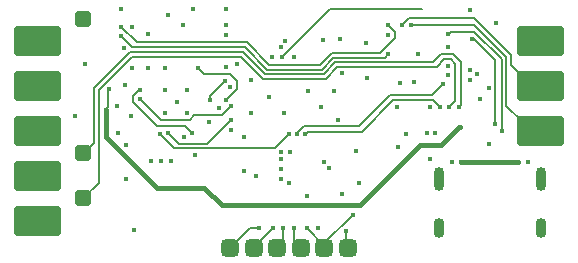
<source format=gbr>
%TF.GenerationSoftware,KiCad,Pcbnew,(7.0.0)*%
%TF.CreationDate,2023-08-06T02:23:00-04:00*%
%TF.ProjectId,Rotini-Hardware,526f7469-6e69-42d4-9861-726477617265,rev?*%
%TF.SameCoordinates,Original*%
%TF.FileFunction,Copper,L4,Bot*%
%TF.FilePolarity,Positive*%
%FSLAX46Y46*%
G04 Gerber Fmt 4.6, Leading zero omitted, Abs format (unit mm)*
G04 Created by KiCad (PCBNEW (7.0.0)) date 2023-08-06 02:23:00*
%MOMM*%
%LPD*%
G01*
G04 APERTURE LIST*
G04 Aperture macros list*
%AMRoundRect*
0 Rectangle with rounded corners*
0 $1 Rounding radius*
0 $2 $3 $4 $5 $6 $7 $8 $9 X,Y pos of 4 corners*
0 Add a 4 corners polygon primitive as box body*
4,1,4,$2,$3,$4,$5,$6,$7,$8,$9,$2,$3,0*
0 Add four circle primitives for the rounded corners*
1,1,$1+$1,$2,$3*
1,1,$1+$1,$4,$5*
1,1,$1+$1,$6,$7*
1,1,$1+$1,$8,$9*
0 Add four rect primitives between the rounded corners*
20,1,$1+$1,$2,$3,$4,$5,0*
20,1,$1+$1,$4,$5,$6,$7,0*
20,1,$1+$1,$6,$7,$8,$9,0*
20,1,$1+$1,$8,$9,$2,$3,0*%
G04 Aperture macros list end*
%TA.AperFunction,ComponentPad*%
%ADD10RoundRect,0.250000X-0.250000X0.250000X-0.250000X-0.250000X0.250000X-0.250000X0.250000X0.250000X0*%
%TD*%
%TA.AperFunction,ComponentPad*%
%ADD11R,1.000000X1.000000*%
%TD*%
%TA.AperFunction,ComponentPad*%
%ADD12RoundRect,0.350000X0.350000X-0.350000X0.350000X0.350000X-0.350000X0.350000X-0.350000X-0.350000X0*%
%TD*%
%TA.AperFunction,ComponentPad*%
%ADD13RoundRect,0.250000X0.250000X-0.250000X0.250000X0.250000X-0.250000X0.250000X-0.250000X-0.250000X0*%
%TD*%
%TA.AperFunction,ComponentPad*%
%ADD14O,0.900000X2.000000*%
%TD*%
%TA.AperFunction,ComponentPad*%
%ADD15O,0.900000X1.700000*%
%TD*%
%TA.AperFunction,SMDPad,CuDef*%
%ADD16RoundRect,0.375000X0.375000X0.375000X-0.375000X0.375000X-0.375000X-0.375000X0.375000X-0.375000X0*%
%TD*%
%TA.AperFunction,ViaPad*%
%ADD17C,0.450000*%
%TD*%
%TA.AperFunction,Conductor*%
%ADD18C,0.406400*%
%TD*%
%TA.AperFunction,Conductor*%
%ADD19C,0.203200*%
%TD*%
G04 APERTURE END LIST*
D10*
%TO.P,J2,1,Pin_1*%
%TO.N,GND*%
X-22800000Y4650000D03*
D11*
X-22799999Y3899999D03*
D10*
X-22800000Y3150000D03*
D11*
X-22049999Y4649999D03*
X-22049999Y3899999D03*
X-22049999Y3149999D03*
X-21299999Y4649999D03*
X-21299999Y3899999D03*
X-21299999Y3149999D03*
X-20549999Y4649999D03*
X-20549999Y3899999D03*
X-20549999Y3149999D03*
D10*
X-19800000Y4650000D03*
D11*
X-19799999Y3899999D03*
D10*
X-19800000Y3150000D03*
%TD*%
D12*
%TO.P,J3,1,Pin_1*%
%TO.N,SparePin1*%
X-17400000Y-5600000D03*
%TD*%
%TO.P,J7,1,Pin_1*%
%TO.N,SparePin2*%
X-17400000Y-1800000D03*
%TD*%
D13*
%TO.P,J208,1,Pin_1*%
%TO.N,PPM_B*%
X22800000Y3150000D03*
D11*
X22799999Y3899999D03*
D13*
X22800000Y4650000D03*
D11*
X22049999Y3149999D03*
X22049999Y3899999D03*
X22049999Y4649999D03*
X21299999Y3149999D03*
X21299999Y3899999D03*
X21299999Y4649999D03*
X20549999Y3149999D03*
X20549999Y3899999D03*
X20549999Y4649999D03*
D13*
X19800000Y3150000D03*
D11*
X19799999Y3899999D03*
D13*
X19800000Y4650000D03*
%TD*%
D10*
%TO.P,J207,1,Pin_1*%
%TO.N,PPM_F*%
X19800000Y850000D03*
D11*
X19799999Y99999D03*
D10*
X19800000Y-650000D03*
D11*
X20549999Y849999D03*
X20549999Y99999D03*
X20549999Y-649999D03*
X21299999Y849999D03*
X21299999Y99999D03*
X21299999Y-649999D03*
X22049999Y849999D03*
X22049999Y99999D03*
X22049999Y-649999D03*
D10*
X22800000Y850000D03*
D11*
X22799999Y99999D03*
D10*
X22800000Y-650000D03*
%TD*%
D14*
%TO.P,U52,S1,SHIELD*%
%TO.N,unconnected-(U52-SHIELD-PadS1)*%
X12679999Y-3984999D03*
D15*
X12679999Y-8154999D03*
D14*
X21319999Y-3984999D03*
D15*
X21319999Y-8154999D03*
%TD*%
D10*
%TO.P,J4,1,Pin_1*%
%TO.N,/LED1/LED_out*%
X-22800000Y8450000D03*
D11*
X-22799999Y7699999D03*
D10*
X-22800000Y6950000D03*
D11*
X-22049999Y8449999D03*
X-22049999Y7699999D03*
X-22049999Y6949999D03*
X-21299999Y8449999D03*
X-21299999Y7699999D03*
X-21299999Y6949999D03*
X-20549999Y8449999D03*
X-20549999Y7699999D03*
X-20549999Y6949999D03*
D10*
X-19800000Y8450000D03*
D11*
X-19799999Y7699999D03*
D10*
X-19800000Y6950000D03*
%TD*%
%TO.P,J6,1,Pin_1*%
%TO.N,GND*%
X19800000Y8450000D03*
D11*
X19799999Y7699999D03*
D10*
X19800000Y6950000D03*
D11*
X20549999Y8449999D03*
X20549999Y7699999D03*
X20549999Y6949999D03*
X21299999Y8449999D03*
X21299999Y7699999D03*
X21299999Y6949999D03*
X22049999Y8449999D03*
X22049999Y7699999D03*
X22049999Y6949999D03*
D10*
X22800000Y8450000D03*
D11*
X22799999Y7699999D03*
D10*
X22800000Y6950000D03*
%TD*%
%TO.P,J206,1,Pin_1*%
%TO.N,GND*%
X-22800000Y-6750000D03*
D11*
X-22799999Y-7499999D03*
D10*
X-22800000Y-8250000D03*
D11*
X-22049999Y-6749999D03*
X-22049999Y-7499999D03*
X-22049999Y-8249999D03*
X-21299999Y-6749999D03*
X-21299999Y-7499999D03*
X-21299999Y-8249999D03*
X-20549999Y-6749999D03*
X-20549999Y-7499999D03*
X-20549999Y-8249999D03*
D10*
X-19800000Y-6750000D03*
D11*
X-19799999Y-7499999D03*
D10*
X-19800000Y-8250000D03*
%TD*%
%TO.P,J205,1,Pin_1*%
%TO.N,Net-(J205-Pin_1)*%
X-22800000Y-2950000D03*
D11*
X-22799999Y-3699999D03*
D10*
X-22800000Y-4450000D03*
D11*
X-22049999Y-2949999D03*
X-22049999Y-3699999D03*
X-22049999Y-4449999D03*
X-21299999Y-2949999D03*
X-21299999Y-3699999D03*
X-21299999Y-4449999D03*
X-20549999Y-2949999D03*
X-20549999Y-3699999D03*
X-20549999Y-4449999D03*
D10*
X-19800000Y-2950000D03*
D11*
X-19799999Y-3699999D03*
D10*
X-19800000Y-4450000D03*
%TD*%
%TO.P,J5,1,Pin_1*%
%TO.N,+3V3*%
X-22800000Y850000D03*
D11*
X-22799999Y99999D03*
D10*
X-22800000Y-650000D03*
D11*
X-22049999Y849999D03*
X-22049999Y99999D03*
X-22049999Y-649999D03*
X-21299999Y849999D03*
X-21299999Y99999D03*
X-21299999Y-649999D03*
X-20549999Y849999D03*
X-20549999Y99999D03*
X-20549999Y-649999D03*
D10*
X-19800000Y850000D03*
D11*
X-19799999Y99999D03*
D10*
X-19800000Y-650000D03*
%TD*%
D12*
%TO.P,J8,1,Pin_1*%
%TO.N,SparePin3*%
X-17400000Y9600000D03*
%TD*%
D16*
%TO.P,TP3,1,1*%
%TO.N,GND*%
X-5000000Y-9800000D03*
%TD*%
%TO.P,TP7,1,1*%
%TO.N,X_BOOT*%
X-3000000Y-9800000D03*
%TD*%
%TO.P,TP5,1,1*%
%TO.N,E_EN*%
X5000000Y-9800000D03*
%TD*%
%TO.P,TP1,1,1*%
%TO.N,X_TX*%
X1000000Y-9800000D03*
%TD*%
%TO.P,TP2,1,1*%
%TO.N,X_RX*%
X-1000000Y-9800000D03*
%TD*%
%TO.P,TP4,1,1*%
%TO.N,E_BOOT*%
X3000000Y-9800000D03*
%TD*%
D17*
%TO.N,GND*%
X-13800000Y-1100000D03*
%TO.N,+3V3*%
X-9982947Y-2427287D03*
X-11706165Y-2434731D03*
X-10850139Y-2423565D03*
%TO.N,GND*%
X-9000000Y9100000D03*
X-3800000Y-3300000D03*
X-3205000Y4425000D03*
X-2500000Y-8100000D03*
X-14455000Y-75000D03*
X-8605000Y1625000D03*
X16940873Y-1000000D03*
X-10505000Y1625000D03*
X-405000Y1625000D03*
X3850000Y3500000D03*
X2750000Y2100000D03*
X-11900000Y5400000D03*
X10950000Y6650000D03*
X-3205000Y1625000D03*
X11900000Y-2300000D03*
X-10500000Y5400000D03*
X-8100000Y10450000D03*
X2842844Y7798463D03*
X-13355000Y1325000D03*
X-13800000Y-4000000D03*
X13800000Y-2500000D03*
X1550000Y-5450000D03*
X17500000Y9200000D03*
X4175000Y1050000D03*
X-5350000Y10450000D03*
X20200000Y-2500000D03*
X-5300000Y9050000D03*
X-11900000Y8300000D03*
X-700000Y7200000D03*
X-10200000Y9900000D03*
X-5300000Y5500000D03*
X-1700000Y3000000D03*
X-8605000Y3525000D03*
X11700000Y-100000D03*
X4500000Y4970700D03*
X16150000Y2825000D03*
X-13300000Y5400000D03*
X-9492500Y2537500D03*
X-5300000Y8200000D03*
X-13300000Y8900000D03*
X-13900000Y4000000D03*
X-7971583Y-1901100D03*
X-17300000Y5800000D03*
X-5905000Y2025000D03*
X-14200000Y10400000D03*
X9947514Y-200000D03*
X-13100000Y-8300000D03*
X4300000Y7900000D03*
X-14000000Y7100000D03*
X-10505000Y3525000D03*
%TO.N,+3V3*%
X4500000Y-5200000D03*
X9150000Y2150000D03*
X-18100000Y1400000D03*
X-14567281Y2215912D03*
X400000Y6400000D03*
X-3800000Y-400000D03*
X8400000Y8200000D03*
X6556253Y7542640D03*
X-2800000Y-3700000D03*
X2500000Y-8100000D03*
X5949088Y-4343290D03*
X15350000Y10300000D03*
X15950000Y4950000D03*
X-8900000Y-450000D03*
X6600000Y4600000D03*
X1600000Y3500000D03*
X-1400000Y6400000D03*
X-6755000Y875000D03*
X-4955000Y3825000D03*
X12400000Y-100000D03*
X9200000Y-1300000D03*
%TO.N,VCC*%
X-15222944Y3624500D03*
X-15500000Y1900000D03*
X-9900000Y-4700000D03*
X14500000Y400000D03*
%TO.N,Net-(U70-DCC_FB)*%
X-12605000Y3575000D03*
X-8205000Y-75000D03*
%TO.N,Net-(D20-A)*%
X14600000Y-2500000D03*
X19400000Y-2500000D03*
%TO.N,X_TX*%
X12750000Y2150000D03*
X400000Y-8100000D03*
X1400000Y-150000D03*
%TO.N,X_RX*%
X-500000Y-8099500D03*
X700000Y-150000D03*
X13050000Y4050000D03*
%TO.N,P_MOSI*%
X-644372Y-3144372D03*
X13450000Y5600000D03*
X2968140Y-2524973D03*
%TO.N,P_MISO*%
X47258Y-1647258D03*
X9425015Y4148001D03*
%TO.N,P_SCK*%
X5636905Y-1636905D03*
X-649503Y-2300000D03*
X13459387Y7170063D03*
%TO.N,Net-(D60-A)*%
X-4400000Y5800000D03*
X-300000Y7746100D03*
%TO.N,/ExpressLRS-RX/trace_antenna*%
X-550000Y6400000D03*
%TO.N,SNS_VER*%
X11950000Y2150000D03*
X16947800Y3700000D03*
%TO.N,SparePin3*%
X8400000Y9100000D03*
X-14200000Y8900000D03*
%TO.N,GPIO2*%
X-12600000Y2830000D03*
X-4905000Y2225000D03*
%TO.N,GPIO15*%
X-5305000Y2725000D03*
X-7705000Y5425000D03*
%TO.N,E_D+*%
X18027991Y127991D03*
X13500000Y8300000D03*
%TO.N,E_D-*%
X17473900Y700000D03*
X15500000Y7900000D03*
%TO.N,GPIO12*%
X-6705000Y2725000D03*
X-5405000Y4325000D03*
%TO.N,GPIO4*%
X-10205000Y-75000D03*
X-4905000Y1025000D03*
%TO.N,GPIO5*%
X-10905000Y-175000D03*
X-5000Y-175000D03*
%TO.N,PPM_F*%
X10300000Y9100000D03*
%TO.N,PPM_B*%
X9550000Y9100000D03*
%TO.N,A1_CS*%
X0Y-4300000D03*
X15350000Y4450000D03*
%TO.N,E_EN*%
X4800000Y-8400000D03*
%TO.N,E_BOOT*%
X1500000Y-8100000D03*
X5400000Y-7000000D03*
%TO.N,Mag_CS*%
X10602405Y4231247D03*
X-700000Y-1650497D03*
%TO.N,Mag_INT*%
X-700000Y-4000000D03*
X15350000Y5250000D03*
%TO.N,X_BOOT*%
X-4900000Y200000D03*
X-1350000Y-8099500D03*
%TO.N,A_INT*%
X3406571Y-3004171D03*
X13450000Y4850000D03*
%TO.N,LED_HV*%
X-14250000Y8150000D03*
X8400000Y6600000D03*
%TO.N,SparePin2*%
X14400000Y2150000D03*
%TO.N,SparePin1*%
X13550000Y2150000D03*
%TD*%
D18*
%TO.N,VCC*%
X-11200000Y-4700000D02*
X-15500000Y-400000D01*
X-9900000Y-4700000D02*
X-11200000Y-4700000D01*
X-5700000Y-6200000D02*
X-7200000Y-4700000D01*
X-7200000Y-4700000D02*
X-9900000Y-4700000D01*
X6000000Y-6200000D02*
X-5700000Y-6200000D01*
X11100000Y-1100000D02*
X6000000Y-6200000D01*
X12900000Y-1100000D02*
X11100000Y-1100000D01*
X14400000Y400000D02*
X12900000Y-1100000D01*
X14500000Y400000D02*
X14400000Y400000D01*
D19*
%TO.N,GND*%
X-3300000Y-8100000D02*
X-5000000Y-9800000D01*
X-2500000Y-8100000D02*
X-3300000Y-8100000D01*
%TO.N,VCC*%
X-15300000Y2100000D02*
X-15500000Y1900000D01*
D18*
X-15500000Y1900000D02*
X-15500000Y-400000D01*
D19*
X-15222944Y3624500D02*
X-15300000Y3547444D01*
X-15300000Y3547444D02*
X-15300000Y2100000D01*
%TO.N,Net-(U70-DCC_FB)*%
X-13205000Y2575000D02*
X-13205000Y3100000D01*
X-8205000Y-75000D02*
X-8805000Y525000D01*
X-13205000Y3100000D02*
X-12730000Y3575000D01*
X-12730000Y3575000D02*
X-12605000Y3575000D01*
X-11155000Y525000D02*
X-13205000Y2575000D01*
X-8805000Y525000D02*
X-11155000Y525000D01*
D18*
%TO.N,Net-(D20-A)*%
X14643914Y-2543914D02*
X19356086Y-2543914D01*
X14600000Y-2500000D02*
X14643914Y-2543914D01*
X19356086Y-2543914D02*
X19400000Y-2500000D01*
D19*
%TO.N,X_TX*%
X12200000Y2700000D02*
X8800000Y2700000D01*
X6150000Y50000D02*
X1600000Y50000D01*
X12750000Y2150000D02*
X12200000Y2700000D01*
X8800000Y2700000D02*
X6150000Y50000D01*
X400000Y-9200000D02*
X1000000Y-9800000D01*
X1600000Y50000D02*
X1400000Y-150000D01*
X400000Y-8100000D02*
X400000Y-9200000D01*
%TO.N,X_RX*%
X-500000Y-8099500D02*
X-500000Y-9300000D01*
X700000Y-100000D02*
X1300000Y500000D01*
X5900000Y500000D02*
X8550000Y3150000D01*
X700000Y-150000D02*
X700000Y-100000D01*
X-500000Y-9300000D02*
X-1000000Y-9800000D01*
X8550000Y3150000D02*
X12150000Y3150000D01*
X1300000Y500000D02*
X5900000Y500000D01*
X12150000Y3150000D02*
X13050000Y4050000D01*
%TO.N,/ExpressLRS-RX/trace_antenna*%
X-550000Y6400000D02*
X3450000Y10400000D01*
X3450000Y10400000D02*
X11300000Y10400000D01*
%TO.N,SparePin3*%
X9000000Y8000000D02*
X9000000Y8500000D01*
X-3589370Y7600000D02*
X-1692570Y5703200D01*
X2603200Y5703200D02*
X3606400Y6706400D01*
X-14200000Y8900000D02*
X-12900000Y7600000D01*
X-1692570Y5703200D02*
X2603200Y5703200D01*
X7706400Y6706400D02*
X9000000Y8000000D01*
X3606400Y6706400D02*
X7706400Y6706400D01*
X9000000Y8500000D02*
X8400000Y9100000D01*
X-12900000Y7600000D02*
X-3589370Y7600000D01*
%TO.N,GPIO2*%
X-5705000Y1425000D02*
X-8005000Y1425000D01*
X-8005000Y1425000D02*
X-8405000Y1025000D01*
X-4905000Y2225000D02*
X-5705000Y1425000D01*
X-8405000Y1025000D02*
X-10795000Y1025000D01*
X-10795000Y1025000D02*
X-12600000Y2830000D01*
%TO.N,GPIO15*%
X-5030000Y4950000D02*
X-7230000Y4950000D01*
X-4405000Y4325000D02*
X-5030000Y4950000D01*
X-5305000Y2725000D02*
X-4405000Y3625000D01*
X-7230000Y4950000D02*
X-7705000Y5425000D01*
X-4405000Y3625000D02*
X-4405000Y4325000D01*
%TO.N,E_D+*%
X15700000Y8500000D02*
X13700000Y8500000D01*
X18027991Y127991D02*
X18000000Y155982D01*
X18000000Y155982D02*
X18000000Y6200000D01*
X18000000Y6200000D02*
X15700000Y8500000D01*
X13700000Y8500000D02*
X13500000Y8300000D01*
%TO.N,E_D-*%
X15700000Y7900000D02*
X15500000Y7900000D01*
X17473900Y700000D02*
X17473900Y6126100D01*
X17473900Y6126100D02*
X15700000Y7900000D01*
%TO.N,GPIO12*%
X-6705000Y2725000D02*
X-6705000Y3025000D01*
X-6705000Y3025000D02*
X-5405000Y4325000D01*
%TO.N,GPIO4*%
X-6905000Y-975000D02*
X-9305000Y-975000D01*
X-9305000Y-975000D02*
X-10205000Y-75000D01*
X-4905000Y1025000D02*
X-6905000Y-975000D01*
%TO.N,GPIO5*%
X-10905000Y-175000D02*
X-9705000Y-1375000D01*
X-1205000Y-1375000D02*
X-5000Y-175000D01*
X-9705000Y-1375000D02*
X-1205000Y-1375000D01*
%TO.N,PPM_F*%
X15700127Y9100000D02*
X18403200Y6396927D01*
X18403200Y6396927D02*
X18403200Y2246800D01*
X10300000Y9100000D02*
X15700127Y9100000D01*
X18403200Y2246800D02*
X19800000Y850000D01*
%TO.N,PPM_B*%
X18806400Y6563937D02*
X15670337Y9700000D01*
X15670337Y9700000D02*
X10150000Y9700000D01*
X19800000Y4706400D02*
X18806400Y5700000D01*
X10150000Y9700000D02*
X9550000Y9100000D01*
X18806400Y5700000D02*
X18806400Y6563937D01*
X19800000Y4650000D02*
X19800000Y4706400D01*
%TO.N,E_EN*%
X4800000Y-8400000D02*
X4800000Y-9600000D01*
X4800000Y-9600000D02*
X5000000Y-9800000D01*
%TO.N,E_BOOT*%
X3000000Y-9600000D02*
X3000000Y-9800000D01*
X3000000Y-9400000D02*
X3000000Y-9800000D01*
X1500000Y-8100000D02*
X3000000Y-9600000D01*
X5400000Y-7000000D02*
X3000000Y-9400000D01*
%TO.N,X_BOOT*%
X-1350000Y-8099500D02*
X-3000000Y-9749500D01*
X-3000000Y-9749500D02*
X-3000000Y-9800000D01*
%TO.N,LED_HV*%
X-13303200Y7203200D02*
X-3762780Y7203200D01*
X-1859580Y5300000D02*
X2759580Y5300000D01*
X-3762780Y7203200D02*
X-1859580Y5300000D01*
X8103200Y6303200D02*
X8400000Y6600000D01*
X2759580Y5300000D02*
X3762780Y6303200D01*
X-14250000Y8150000D02*
X-13303200Y7203200D01*
X3762780Y6303200D02*
X8103200Y6303200D01*
%TO.N,SparePin2*%
X-13400000Y6800000D02*
X-13300000Y6800000D01*
X-16503200Y3767010D02*
X-13470210Y6800000D01*
X2929790Y4900000D02*
X3929790Y5900000D01*
X12200000Y5900000D02*
X12900000Y6600000D01*
X14550000Y5950000D02*
X14550000Y2300000D01*
X12900000Y6600000D02*
X13900000Y6600000D01*
X-16503200Y-903200D02*
X-16503200Y3767010D01*
X-17400000Y-1800000D02*
X-16503200Y-903200D01*
X-13300000Y6800000D02*
X-3929790Y6800000D01*
X-2029790Y4900000D02*
X2929790Y4900000D01*
X13900000Y6600000D02*
X14550000Y5950000D01*
X3929790Y5900000D02*
X12200000Y5900000D01*
X-13470210Y6800000D02*
X-13300000Y6800000D01*
X-3929790Y6800000D02*
X-2029790Y4900000D01*
X14550000Y2300000D02*
X14400000Y2150000D01*
%TO.N,SparePin1*%
X-4096800Y6396800D02*
X-2200000Y4500000D01*
X14050000Y2650000D02*
X13550000Y2150000D01*
X13700000Y6150000D02*
X14050000Y5800000D01*
X3100000Y4500000D02*
X4096800Y5496800D01*
X-17400000Y-5600000D02*
X-16100000Y-4300000D01*
X12496800Y5496800D02*
X13150000Y6150000D01*
X4096800Y5496800D02*
X12496800Y5496800D01*
X-16100000Y-4300000D02*
X-16100000Y3600000D01*
X-2200000Y4500000D02*
X3100000Y4500000D01*
X14050000Y5800000D02*
X14050000Y2650000D01*
X-16100000Y3600000D02*
X-13303200Y6396800D01*
X13150000Y6150000D02*
X13700000Y6150000D01*
X-13303200Y6396800D02*
X-4096800Y6396800D01*
%TD*%
M02*

</source>
